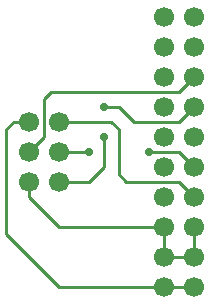
<source format=gtl>
%FSLAX46Y46*%
%MOMM*%
%ADD10C,0.250000*%
%AMPS12*
1,1,1.700000,0.000000,0.000000*
%
%ADD12PS12*%
%AMPS11*
1,1,1.700000,0.000000,0.000000*
%
%ADD11PS11*%
%AMPS13*
1,1,0.700000,0.000000,0.000000*
%
%ADD13PS13*%
G01*
%LPD*%
G01*
%LPD*%
D10*
X6350000Y1905000D02*
X6350000Y-1905000D01*
D10*
X6985000Y-2540000D02*
X11430000Y-2540000D01*
D10*
X5080000Y-1270000D02*
X5080000Y1270000D01*
D10*
X-3175000Y1905000D02*
X-2540000Y2540000D01*
D10*
X7620000Y2540000D02*
X11430000Y2540000D01*
D10*
X11430000Y-2540000D02*
X12700000Y-3810000D01*
D10*
X11430000Y2540000D02*
X12700000Y3810000D01*
D10*
X-1270000Y0D02*
X0Y1270000D01*
D10*
X1270000Y-11430000D02*
X-3175000Y-6985000D01*
D10*
X12700000Y-1270000D02*
X11430000Y0D01*
D10*
X0Y1270000D02*
X0Y4445000D01*
D10*
X-3175000Y-6985000D02*
X-3175000Y1905000D01*
D10*
X12700000Y-8890000D02*
X12700000Y-6350000D01*
D10*
X10160000Y-11430000D02*
X1270000Y-11430000D01*
D10*
X6350000Y3810000D02*
X5080000Y3810000D01*
D10*
X0Y4445000D02*
X635000Y5080000D01*
D10*
X-1270000Y-3810000D02*
X-1270000Y-2540000D01*
D10*
X3810000Y-2540000D02*
X5080000Y-1270000D01*
D10*
X1270000Y-2540000D02*
X3810000Y-2540000D01*
D10*
X1270000Y2540000D02*
X5715000Y2540000D01*
D10*
X7620000Y2540000D02*
X6350000Y3810000D01*
D10*
X10160000Y-6350000D02*
X1270000Y-6350000D01*
D10*
X12700000Y6350000D02*
X11430000Y5080000D01*
D10*
X10160000Y-8890000D02*
X10160000Y-6350000D01*
D10*
X635000Y5080000D02*
X11430000Y5080000D01*
D10*
X1270000Y-6350000D02*
X-1270000Y-3810000D01*
D10*
X6350000Y-1905000D02*
X6985000Y-2540000D01*
D10*
X1270000Y0D02*
X3810000Y0D01*
D10*
X5715000Y2540000D02*
X6350000Y1905000D01*
D10*
X-2540000Y2540000D02*
X-1270000Y2540000D01*
D10*
X11430000Y0D02*
X8890000Y0D01*
D10*
X12700000Y-11430000D02*
X10160000Y-11430000D01*
D10*
X12700000Y-8890000D02*
X10160000Y-8890000D01*
G75*
D11*
X12700000Y11430000D03*
D11*
X12700000Y3810000D03*
D11*
X10160000Y3810000D03*
D11*
X10160000Y6350000D03*
D11*
X12700000Y-3810000D03*
D11*
X12700000Y-8890000D03*
D11*
X12700000Y6350000D03*
D11*
X12700000Y-1270000D03*
D11*
X10160000Y-8890000D03*
D11*
X10160000Y-1270000D03*
D11*
X10160000Y11430000D03*
D11*
X12700000Y1270000D03*
D11*
X10160000Y1270000D03*
D11*
X12700000Y-6350000D03*
D11*
X10160000Y-11430000D03*
D11*
X12700000Y8890000D03*
D11*
X10160000Y-6350000D03*
D11*
X12700000Y-11430000D03*
D11*
X10160000Y8890000D03*
D11*
X10160000Y-3810000D03*
D12*
X1270000Y0D03*
D12*
X-1270000Y2540000D03*
D12*
X1270000Y2540000D03*
D12*
X-1270000Y-2540000D03*
D12*
X-1270000Y0D03*
D12*
X1270000Y-2540000D03*
D13*
X3810000Y0D03*
D13*
X5080000Y3810000D03*
D13*
X5080000Y1270000D03*
D13*
X8890000Y0D03*
M02*

</source>
